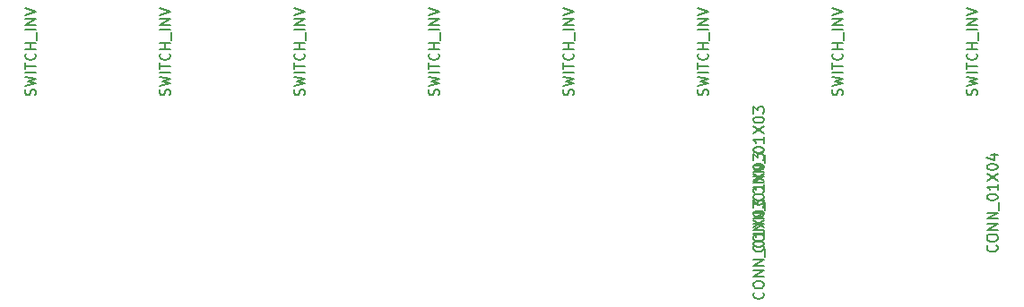
<source format=gbr>
G04 #@! TF.FileFunction,Other,Fab,Top*
%FSLAX46Y46*%
G04 Gerber Fmt 4.6, Leading zero omitted, Abs format (unit mm)*
G04 Created by KiCad (PCBNEW 4.0.2-stable) date Friday, 12 August 2016 'pmt' 16:38:06*
%MOMM*%
G01*
G04 APERTURE LIST*
%ADD10C,0.100000*%
%ADD11C,0.150000*%
G04 APERTURE END LIST*
D10*
D11*
X211252143Y-95463809D02*
X211299762Y-95511428D01*
X211347381Y-95654285D01*
X211347381Y-95749523D01*
X211299762Y-95892381D01*
X211204524Y-95987619D01*
X211109286Y-96035238D01*
X210918810Y-96082857D01*
X210775952Y-96082857D01*
X210585476Y-96035238D01*
X210490238Y-95987619D01*
X210395000Y-95892381D01*
X210347381Y-95749523D01*
X210347381Y-95654285D01*
X210395000Y-95511428D01*
X210442619Y-95463809D01*
X210347381Y-94844762D02*
X210347381Y-94654285D01*
X210395000Y-94559047D01*
X210490238Y-94463809D01*
X210680714Y-94416190D01*
X211014048Y-94416190D01*
X211204524Y-94463809D01*
X211299762Y-94559047D01*
X211347381Y-94654285D01*
X211347381Y-94844762D01*
X211299762Y-94940000D01*
X211204524Y-95035238D01*
X211014048Y-95082857D01*
X210680714Y-95082857D01*
X210490238Y-95035238D01*
X210395000Y-94940000D01*
X210347381Y-94844762D01*
X211347381Y-93987619D02*
X210347381Y-93987619D01*
X211347381Y-93416190D01*
X210347381Y-93416190D01*
X211347381Y-92940000D02*
X210347381Y-92940000D01*
X211347381Y-92368571D01*
X210347381Y-92368571D01*
X211442619Y-92130476D02*
X211442619Y-91368571D01*
X210347381Y-90940000D02*
X210347381Y-90844761D01*
X210395000Y-90749523D01*
X210442619Y-90701904D01*
X210537857Y-90654285D01*
X210728333Y-90606666D01*
X210966429Y-90606666D01*
X211156905Y-90654285D01*
X211252143Y-90701904D01*
X211299762Y-90749523D01*
X211347381Y-90844761D01*
X211347381Y-90940000D01*
X211299762Y-91035238D01*
X211252143Y-91082857D01*
X211156905Y-91130476D01*
X210966429Y-91178095D01*
X210728333Y-91178095D01*
X210537857Y-91130476D01*
X210442619Y-91082857D01*
X210395000Y-91035238D01*
X210347381Y-90940000D01*
X211347381Y-89654285D02*
X211347381Y-90225714D01*
X211347381Y-89940000D02*
X210347381Y-89940000D01*
X210490238Y-90035238D01*
X210585476Y-90130476D01*
X210633095Y-90225714D01*
X210347381Y-89320952D02*
X211347381Y-88654285D01*
X210347381Y-88654285D02*
X211347381Y-89320952D01*
X210347381Y-88082857D02*
X210347381Y-87987618D01*
X210395000Y-87892380D01*
X210442619Y-87844761D01*
X210537857Y-87797142D01*
X210728333Y-87749523D01*
X210966429Y-87749523D01*
X211156905Y-87797142D01*
X211252143Y-87844761D01*
X211299762Y-87892380D01*
X211347381Y-87987618D01*
X211347381Y-88082857D01*
X211299762Y-88178095D01*
X211252143Y-88225714D01*
X211156905Y-88273333D01*
X210966429Y-88320952D01*
X210728333Y-88320952D01*
X210537857Y-88273333D01*
X210442619Y-88225714D01*
X210395000Y-88178095D01*
X210347381Y-88082857D01*
X210347381Y-87416190D02*
X210347381Y-86797142D01*
X210728333Y-87130476D01*
X210728333Y-86987618D01*
X210775952Y-86892380D01*
X210823571Y-86844761D01*
X210918810Y-86797142D01*
X211156905Y-86797142D01*
X211252143Y-86844761D01*
X211299762Y-86892380D01*
X211347381Y-86987618D01*
X211347381Y-87273333D01*
X211299762Y-87368571D01*
X211252143Y-87416190D01*
X211252143Y-99908809D02*
X211299762Y-99956428D01*
X211347381Y-100099285D01*
X211347381Y-100194523D01*
X211299762Y-100337381D01*
X211204524Y-100432619D01*
X211109286Y-100480238D01*
X210918810Y-100527857D01*
X210775952Y-100527857D01*
X210585476Y-100480238D01*
X210490238Y-100432619D01*
X210395000Y-100337381D01*
X210347381Y-100194523D01*
X210347381Y-100099285D01*
X210395000Y-99956428D01*
X210442619Y-99908809D01*
X210347381Y-99289762D02*
X210347381Y-99099285D01*
X210395000Y-99004047D01*
X210490238Y-98908809D01*
X210680714Y-98861190D01*
X211014048Y-98861190D01*
X211204524Y-98908809D01*
X211299762Y-99004047D01*
X211347381Y-99099285D01*
X211347381Y-99289762D01*
X211299762Y-99385000D01*
X211204524Y-99480238D01*
X211014048Y-99527857D01*
X210680714Y-99527857D01*
X210490238Y-99480238D01*
X210395000Y-99385000D01*
X210347381Y-99289762D01*
X211347381Y-98432619D02*
X210347381Y-98432619D01*
X211347381Y-97861190D01*
X210347381Y-97861190D01*
X211347381Y-97385000D02*
X210347381Y-97385000D01*
X211347381Y-96813571D01*
X210347381Y-96813571D01*
X211442619Y-96575476D02*
X211442619Y-95813571D01*
X210347381Y-95385000D02*
X210347381Y-95289761D01*
X210395000Y-95194523D01*
X210442619Y-95146904D01*
X210537857Y-95099285D01*
X210728333Y-95051666D01*
X210966429Y-95051666D01*
X211156905Y-95099285D01*
X211252143Y-95146904D01*
X211299762Y-95194523D01*
X211347381Y-95289761D01*
X211347381Y-95385000D01*
X211299762Y-95480238D01*
X211252143Y-95527857D01*
X211156905Y-95575476D01*
X210966429Y-95623095D01*
X210728333Y-95623095D01*
X210537857Y-95575476D01*
X210442619Y-95527857D01*
X210395000Y-95480238D01*
X210347381Y-95385000D01*
X211347381Y-94099285D02*
X211347381Y-94670714D01*
X211347381Y-94385000D02*
X210347381Y-94385000D01*
X210490238Y-94480238D01*
X210585476Y-94575476D01*
X210633095Y-94670714D01*
X210347381Y-93765952D02*
X211347381Y-93099285D01*
X210347381Y-93099285D02*
X211347381Y-93765952D01*
X210347381Y-92527857D02*
X210347381Y-92432618D01*
X210395000Y-92337380D01*
X210442619Y-92289761D01*
X210537857Y-92242142D01*
X210728333Y-92194523D01*
X210966429Y-92194523D01*
X211156905Y-92242142D01*
X211252143Y-92289761D01*
X211299762Y-92337380D01*
X211347381Y-92432618D01*
X211347381Y-92527857D01*
X211299762Y-92623095D01*
X211252143Y-92670714D01*
X211156905Y-92718333D01*
X210966429Y-92765952D01*
X210728333Y-92765952D01*
X210537857Y-92718333D01*
X210442619Y-92670714D01*
X210395000Y-92623095D01*
X210347381Y-92527857D01*
X210347381Y-91861190D02*
X210347381Y-91242142D01*
X210728333Y-91575476D01*
X210728333Y-91432618D01*
X210775952Y-91337380D01*
X210823571Y-91289761D01*
X210918810Y-91242142D01*
X211156905Y-91242142D01*
X211252143Y-91289761D01*
X211299762Y-91337380D01*
X211347381Y-91432618D01*
X211347381Y-91718333D01*
X211299762Y-91813571D01*
X211252143Y-91861190D01*
X211252143Y-91018809D02*
X211299762Y-91066428D01*
X211347381Y-91209285D01*
X211347381Y-91304523D01*
X211299762Y-91447381D01*
X211204524Y-91542619D01*
X211109286Y-91590238D01*
X210918810Y-91637857D01*
X210775952Y-91637857D01*
X210585476Y-91590238D01*
X210490238Y-91542619D01*
X210395000Y-91447381D01*
X210347381Y-91304523D01*
X210347381Y-91209285D01*
X210395000Y-91066428D01*
X210442619Y-91018809D01*
X210347381Y-90399762D02*
X210347381Y-90209285D01*
X210395000Y-90114047D01*
X210490238Y-90018809D01*
X210680714Y-89971190D01*
X211014048Y-89971190D01*
X211204524Y-90018809D01*
X211299762Y-90114047D01*
X211347381Y-90209285D01*
X211347381Y-90399762D01*
X211299762Y-90495000D01*
X211204524Y-90590238D01*
X211014048Y-90637857D01*
X210680714Y-90637857D01*
X210490238Y-90590238D01*
X210395000Y-90495000D01*
X210347381Y-90399762D01*
X211347381Y-89542619D02*
X210347381Y-89542619D01*
X211347381Y-88971190D01*
X210347381Y-88971190D01*
X211347381Y-88495000D02*
X210347381Y-88495000D01*
X211347381Y-87923571D01*
X210347381Y-87923571D01*
X211442619Y-87685476D02*
X211442619Y-86923571D01*
X210347381Y-86495000D02*
X210347381Y-86399761D01*
X210395000Y-86304523D01*
X210442619Y-86256904D01*
X210537857Y-86209285D01*
X210728333Y-86161666D01*
X210966429Y-86161666D01*
X211156905Y-86209285D01*
X211252143Y-86256904D01*
X211299762Y-86304523D01*
X211347381Y-86399761D01*
X211347381Y-86495000D01*
X211299762Y-86590238D01*
X211252143Y-86637857D01*
X211156905Y-86685476D01*
X210966429Y-86733095D01*
X210728333Y-86733095D01*
X210537857Y-86685476D01*
X210442619Y-86637857D01*
X210395000Y-86590238D01*
X210347381Y-86495000D01*
X211347381Y-85209285D02*
X211347381Y-85780714D01*
X211347381Y-85495000D02*
X210347381Y-85495000D01*
X210490238Y-85590238D01*
X210585476Y-85685476D01*
X210633095Y-85780714D01*
X210347381Y-84875952D02*
X211347381Y-84209285D01*
X210347381Y-84209285D02*
X211347381Y-84875952D01*
X210347381Y-83637857D02*
X210347381Y-83542618D01*
X210395000Y-83447380D01*
X210442619Y-83399761D01*
X210537857Y-83352142D01*
X210728333Y-83304523D01*
X210966429Y-83304523D01*
X211156905Y-83352142D01*
X211252143Y-83399761D01*
X211299762Y-83447380D01*
X211347381Y-83542618D01*
X211347381Y-83637857D01*
X211299762Y-83733095D01*
X211252143Y-83780714D01*
X211156905Y-83828333D01*
X210966429Y-83875952D01*
X210728333Y-83875952D01*
X210537857Y-83828333D01*
X210442619Y-83780714D01*
X210395000Y-83733095D01*
X210347381Y-83637857D01*
X210347381Y-82971190D02*
X210347381Y-82352142D01*
X210728333Y-82685476D01*
X210728333Y-82542618D01*
X210775952Y-82447380D01*
X210823571Y-82399761D01*
X210918810Y-82352142D01*
X211156905Y-82352142D01*
X211252143Y-82399761D01*
X211299762Y-82447380D01*
X211347381Y-82542618D01*
X211347381Y-82828333D01*
X211299762Y-82923571D01*
X211252143Y-82971190D01*
X142554762Y-81262428D02*
X142602381Y-81119571D01*
X142602381Y-80881475D01*
X142554762Y-80786237D01*
X142507143Y-80738618D01*
X142411905Y-80690999D01*
X142316667Y-80690999D01*
X142221429Y-80738618D01*
X142173810Y-80786237D01*
X142126190Y-80881475D01*
X142078571Y-81071952D01*
X142030952Y-81167190D01*
X141983333Y-81214809D01*
X141888095Y-81262428D01*
X141792857Y-81262428D01*
X141697619Y-81214809D01*
X141650000Y-81167190D01*
X141602381Y-81071952D01*
X141602381Y-80833856D01*
X141650000Y-80690999D01*
X141602381Y-80357666D02*
X142602381Y-80119571D01*
X141888095Y-79929094D01*
X142602381Y-79738618D01*
X141602381Y-79500523D01*
X142602381Y-79119571D02*
X141602381Y-79119571D01*
X141602381Y-78786238D02*
X141602381Y-78214809D01*
X142602381Y-78500524D02*
X141602381Y-78500524D01*
X142507143Y-77310047D02*
X142554762Y-77357666D01*
X142602381Y-77500523D01*
X142602381Y-77595761D01*
X142554762Y-77738619D01*
X142459524Y-77833857D01*
X142364286Y-77881476D01*
X142173810Y-77929095D01*
X142030952Y-77929095D01*
X141840476Y-77881476D01*
X141745238Y-77833857D01*
X141650000Y-77738619D01*
X141602381Y-77595761D01*
X141602381Y-77500523D01*
X141650000Y-77357666D01*
X141697619Y-77310047D01*
X142602381Y-76881476D02*
X141602381Y-76881476D01*
X142078571Y-76881476D02*
X142078571Y-76310047D01*
X142602381Y-76310047D02*
X141602381Y-76310047D01*
X142697619Y-76071952D02*
X142697619Y-75310047D01*
X142602381Y-75071952D02*
X141602381Y-75071952D01*
X142602381Y-74595762D02*
X141602381Y-74595762D01*
X142602381Y-74024333D01*
X141602381Y-74024333D01*
X141602381Y-73691000D02*
X142602381Y-73357667D01*
X141602381Y-73024333D01*
X167954762Y-81262428D02*
X168002381Y-81119571D01*
X168002381Y-80881475D01*
X167954762Y-80786237D01*
X167907143Y-80738618D01*
X167811905Y-80690999D01*
X167716667Y-80690999D01*
X167621429Y-80738618D01*
X167573810Y-80786237D01*
X167526190Y-80881475D01*
X167478571Y-81071952D01*
X167430952Y-81167190D01*
X167383333Y-81214809D01*
X167288095Y-81262428D01*
X167192857Y-81262428D01*
X167097619Y-81214809D01*
X167050000Y-81167190D01*
X167002381Y-81071952D01*
X167002381Y-80833856D01*
X167050000Y-80690999D01*
X167002381Y-80357666D02*
X168002381Y-80119571D01*
X167288095Y-79929094D01*
X168002381Y-79738618D01*
X167002381Y-79500523D01*
X168002381Y-79119571D02*
X167002381Y-79119571D01*
X167002381Y-78786238D02*
X167002381Y-78214809D01*
X168002381Y-78500524D02*
X167002381Y-78500524D01*
X167907143Y-77310047D02*
X167954762Y-77357666D01*
X168002381Y-77500523D01*
X168002381Y-77595761D01*
X167954762Y-77738619D01*
X167859524Y-77833857D01*
X167764286Y-77881476D01*
X167573810Y-77929095D01*
X167430952Y-77929095D01*
X167240476Y-77881476D01*
X167145238Y-77833857D01*
X167050000Y-77738619D01*
X167002381Y-77595761D01*
X167002381Y-77500523D01*
X167050000Y-77357666D01*
X167097619Y-77310047D01*
X168002381Y-76881476D02*
X167002381Y-76881476D01*
X167478571Y-76881476D02*
X167478571Y-76310047D01*
X168002381Y-76310047D02*
X167002381Y-76310047D01*
X168097619Y-76071952D02*
X168097619Y-75310047D01*
X168002381Y-75071952D02*
X167002381Y-75071952D01*
X168002381Y-74595762D02*
X167002381Y-74595762D01*
X168002381Y-74024333D01*
X167002381Y-74024333D01*
X167002381Y-73691000D02*
X168002381Y-73357667D01*
X167002381Y-73024333D01*
X180654762Y-81262428D02*
X180702381Y-81119571D01*
X180702381Y-80881475D01*
X180654762Y-80786237D01*
X180607143Y-80738618D01*
X180511905Y-80690999D01*
X180416667Y-80690999D01*
X180321429Y-80738618D01*
X180273810Y-80786237D01*
X180226190Y-80881475D01*
X180178571Y-81071952D01*
X180130952Y-81167190D01*
X180083333Y-81214809D01*
X179988095Y-81262428D01*
X179892857Y-81262428D01*
X179797619Y-81214809D01*
X179750000Y-81167190D01*
X179702381Y-81071952D01*
X179702381Y-80833856D01*
X179750000Y-80690999D01*
X179702381Y-80357666D02*
X180702381Y-80119571D01*
X179988095Y-79929094D01*
X180702381Y-79738618D01*
X179702381Y-79500523D01*
X180702381Y-79119571D02*
X179702381Y-79119571D01*
X179702381Y-78786238D02*
X179702381Y-78214809D01*
X180702381Y-78500524D02*
X179702381Y-78500524D01*
X180607143Y-77310047D02*
X180654762Y-77357666D01*
X180702381Y-77500523D01*
X180702381Y-77595761D01*
X180654762Y-77738619D01*
X180559524Y-77833857D01*
X180464286Y-77881476D01*
X180273810Y-77929095D01*
X180130952Y-77929095D01*
X179940476Y-77881476D01*
X179845238Y-77833857D01*
X179750000Y-77738619D01*
X179702381Y-77595761D01*
X179702381Y-77500523D01*
X179750000Y-77357666D01*
X179797619Y-77310047D01*
X180702381Y-76881476D02*
X179702381Y-76881476D01*
X180178571Y-76881476D02*
X180178571Y-76310047D01*
X180702381Y-76310047D02*
X179702381Y-76310047D01*
X180797619Y-76071952D02*
X180797619Y-75310047D01*
X180702381Y-75071952D02*
X179702381Y-75071952D01*
X180702381Y-74595762D02*
X179702381Y-74595762D01*
X180702381Y-74024333D01*
X179702381Y-74024333D01*
X179702381Y-73691000D02*
X180702381Y-73357667D01*
X179702381Y-73024333D01*
X193354762Y-81262428D02*
X193402381Y-81119571D01*
X193402381Y-80881475D01*
X193354762Y-80786237D01*
X193307143Y-80738618D01*
X193211905Y-80690999D01*
X193116667Y-80690999D01*
X193021429Y-80738618D01*
X192973810Y-80786237D01*
X192926190Y-80881475D01*
X192878571Y-81071952D01*
X192830952Y-81167190D01*
X192783333Y-81214809D01*
X192688095Y-81262428D01*
X192592857Y-81262428D01*
X192497619Y-81214809D01*
X192450000Y-81167190D01*
X192402381Y-81071952D01*
X192402381Y-80833856D01*
X192450000Y-80690999D01*
X192402381Y-80357666D02*
X193402381Y-80119571D01*
X192688095Y-79929094D01*
X193402381Y-79738618D01*
X192402381Y-79500523D01*
X193402381Y-79119571D02*
X192402381Y-79119571D01*
X192402381Y-78786238D02*
X192402381Y-78214809D01*
X193402381Y-78500524D02*
X192402381Y-78500524D01*
X193307143Y-77310047D02*
X193354762Y-77357666D01*
X193402381Y-77500523D01*
X193402381Y-77595761D01*
X193354762Y-77738619D01*
X193259524Y-77833857D01*
X193164286Y-77881476D01*
X192973810Y-77929095D01*
X192830952Y-77929095D01*
X192640476Y-77881476D01*
X192545238Y-77833857D01*
X192450000Y-77738619D01*
X192402381Y-77595761D01*
X192402381Y-77500523D01*
X192450000Y-77357666D01*
X192497619Y-77310047D01*
X193402381Y-76881476D02*
X192402381Y-76881476D01*
X192878571Y-76881476D02*
X192878571Y-76310047D01*
X193402381Y-76310047D02*
X192402381Y-76310047D01*
X193497619Y-76071952D02*
X193497619Y-75310047D01*
X193402381Y-75071952D02*
X192402381Y-75071952D01*
X193402381Y-74595762D02*
X192402381Y-74595762D01*
X193402381Y-74024333D01*
X192402381Y-74024333D01*
X192402381Y-73691000D02*
X193402381Y-73357667D01*
X192402381Y-73024333D01*
X206054762Y-81262428D02*
X206102381Y-81119571D01*
X206102381Y-80881475D01*
X206054762Y-80786237D01*
X206007143Y-80738618D01*
X205911905Y-80690999D01*
X205816667Y-80690999D01*
X205721429Y-80738618D01*
X205673810Y-80786237D01*
X205626190Y-80881475D01*
X205578571Y-81071952D01*
X205530952Y-81167190D01*
X205483333Y-81214809D01*
X205388095Y-81262428D01*
X205292857Y-81262428D01*
X205197619Y-81214809D01*
X205150000Y-81167190D01*
X205102381Y-81071952D01*
X205102381Y-80833856D01*
X205150000Y-80690999D01*
X205102381Y-80357666D02*
X206102381Y-80119571D01*
X205388095Y-79929094D01*
X206102381Y-79738618D01*
X205102381Y-79500523D01*
X206102381Y-79119571D02*
X205102381Y-79119571D01*
X205102381Y-78786238D02*
X205102381Y-78214809D01*
X206102381Y-78500524D02*
X205102381Y-78500524D01*
X206007143Y-77310047D02*
X206054762Y-77357666D01*
X206102381Y-77500523D01*
X206102381Y-77595761D01*
X206054762Y-77738619D01*
X205959524Y-77833857D01*
X205864286Y-77881476D01*
X205673810Y-77929095D01*
X205530952Y-77929095D01*
X205340476Y-77881476D01*
X205245238Y-77833857D01*
X205150000Y-77738619D01*
X205102381Y-77595761D01*
X205102381Y-77500523D01*
X205150000Y-77357666D01*
X205197619Y-77310047D01*
X206102381Y-76881476D02*
X205102381Y-76881476D01*
X205578571Y-76881476D02*
X205578571Y-76310047D01*
X206102381Y-76310047D02*
X205102381Y-76310047D01*
X206197619Y-76071952D02*
X206197619Y-75310047D01*
X206102381Y-75071952D02*
X205102381Y-75071952D01*
X206102381Y-74595762D02*
X205102381Y-74595762D01*
X206102381Y-74024333D01*
X205102381Y-74024333D01*
X205102381Y-73691000D02*
X206102381Y-73357667D01*
X205102381Y-73024333D01*
X218754762Y-81262428D02*
X218802381Y-81119571D01*
X218802381Y-80881475D01*
X218754762Y-80786237D01*
X218707143Y-80738618D01*
X218611905Y-80690999D01*
X218516667Y-80690999D01*
X218421429Y-80738618D01*
X218373810Y-80786237D01*
X218326190Y-80881475D01*
X218278571Y-81071952D01*
X218230952Y-81167190D01*
X218183333Y-81214809D01*
X218088095Y-81262428D01*
X217992857Y-81262428D01*
X217897619Y-81214809D01*
X217850000Y-81167190D01*
X217802381Y-81071952D01*
X217802381Y-80833856D01*
X217850000Y-80690999D01*
X217802381Y-80357666D02*
X218802381Y-80119571D01*
X218088095Y-79929094D01*
X218802381Y-79738618D01*
X217802381Y-79500523D01*
X218802381Y-79119571D02*
X217802381Y-79119571D01*
X217802381Y-78786238D02*
X217802381Y-78214809D01*
X218802381Y-78500524D02*
X217802381Y-78500524D01*
X218707143Y-77310047D02*
X218754762Y-77357666D01*
X218802381Y-77500523D01*
X218802381Y-77595761D01*
X218754762Y-77738619D01*
X218659524Y-77833857D01*
X218564286Y-77881476D01*
X218373810Y-77929095D01*
X218230952Y-77929095D01*
X218040476Y-77881476D01*
X217945238Y-77833857D01*
X217850000Y-77738619D01*
X217802381Y-77595761D01*
X217802381Y-77500523D01*
X217850000Y-77357666D01*
X217897619Y-77310047D01*
X218802381Y-76881476D02*
X217802381Y-76881476D01*
X218278571Y-76881476D02*
X218278571Y-76310047D01*
X218802381Y-76310047D02*
X217802381Y-76310047D01*
X218897619Y-76071952D02*
X218897619Y-75310047D01*
X218802381Y-75071952D02*
X217802381Y-75071952D01*
X218802381Y-74595762D02*
X217802381Y-74595762D01*
X218802381Y-74024333D01*
X217802381Y-74024333D01*
X217802381Y-73691000D02*
X218802381Y-73357667D01*
X217802381Y-73024333D01*
X231454762Y-81262428D02*
X231502381Y-81119571D01*
X231502381Y-80881475D01*
X231454762Y-80786237D01*
X231407143Y-80738618D01*
X231311905Y-80690999D01*
X231216667Y-80690999D01*
X231121429Y-80738618D01*
X231073810Y-80786237D01*
X231026190Y-80881475D01*
X230978571Y-81071952D01*
X230930952Y-81167190D01*
X230883333Y-81214809D01*
X230788095Y-81262428D01*
X230692857Y-81262428D01*
X230597619Y-81214809D01*
X230550000Y-81167190D01*
X230502381Y-81071952D01*
X230502381Y-80833856D01*
X230550000Y-80690999D01*
X230502381Y-80357666D02*
X231502381Y-80119571D01*
X230788095Y-79929094D01*
X231502381Y-79738618D01*
X230502381Y-79500523D01*
X231502381Y-79119571D02*
X230502381Y-79119571D01*
X230502381Y-78786238D02*
X230502381Y-78214809D01*
X231502381Y-78500524D02*
X230502381Y-78500524D01*
X231407143Y-77310047D02*
X231454762Y-77357666D01*
X231502381Y-77500523D01*
X231502381Y-77595761D01*
X231454762Y-77738619D01*
X231359524Y-77833857D01*
X231264286Y-77881476D01*
X231073810Y-77929095D01*
X230930952Y-77929095D01*
X230740476Y-77881476D01*
X230645238Y-77833857D01*
X230550000Y-77738619D01*
X230502381Y-77595761D01*
X230502381Y-77500523D01*
X230550000Y-77357666D01*
X230597619Y-77310047D01*
X231502381Y-76881476D02*
X230502381Y-76881476D01*
X230978571Y-76881476D02*
X230978571Y-76310047D01*
X231502381Y-76310047D02*
X230502381Y-76310047D01*
X231597619Y-76071952D02*
X231597619Y-75310047D01*
X231502381Y-75071952D02*
X230502381Y-75071952D01*
X231502381Y-74595762D02*
X230502381Y-74595762D01*
X231502381Y-74024333D01*
X230502381Y-74024333D01*
X230502381Y-73691000D02*
X231502381Y-73357667D01*
X230502381Y-73024333D01*
X155254762Y-81262428D02*
X155302381Y-81119571D01*
X155302381Y-80881475D01*
X155254762Y-80786237D01*
X155207143Y-80738618D01*
X155111905Y-80690999D01*
X155016667Y-80690999D01*
X154921429Y-80738618D01*
X154873810Y-80786237D01*
X154826190Y-80881475D01*
X154778571Y-81071952D01*
X154730952Y-81167190D01*
X154683333Y-81214809D01*
X154588095Y-81262428D01*
X154492857Y-81262428D01*
X154397619Y-81214809D01*
X154350000Y-81167190D01*
X154302381Y-81071952D01*
X154302381Y-80833856D01*
X154350000Y-80690999D01*
X154302381Y-80357666D02*
X155302381Y-80119571D01*
X154588095Y-79929094D01*
X155302381Y-79738618D01*
X154302381Y-79500523D01*
X155302381Y-79119571D02*
X154302381Y-79119571D01*
X154302381Y-78786238D02*
X154302381Y-78214809D01*
X155302381Y-78500524D02*
X154302381Y-78500524D01*
X155207143Y-77310047D02*
X155254762Y-77357666D01*
X155302381Y-77500523D01*
X155302381Y-77595761D01*
X155254762Y-77738619D01*
X155159524Y-77833857D01*
X155064286Y-77881476D01*
X154873810Y-77929095D01*
X154730952Y-77929095D01*
X154540476Y-77881476D01*
X154445238Y-77833857D01*
X154350000Y-77738619D01*
X154302381Y-77595761D01*
X154302381Y-77500523D01*
X154350000Y-77357666D01*
X154397619Y-77310047D01*
X155302381Y-76881476D02*
X154302381Y-76881476D01*
X154778571Y-76881476D02*
X154778571Y-76310047D01*
X155302381Y-76310047D02*
X154302381Y-76310047D01*
X155397619Y-76071952D02*
X155397619Y-75310047D01*
X155302381Y-75071952D02*
X154302381Y-75071952D01*
X155302381Y-74595762D02*
X154302381Y-74595762D01*
X155302381Y-74024333D01*
X154302381Y-74024333D01*
X154302381Y-73691000D02*
X155302381Y-73357667D01*
X154302381Y-73024333D01*
X233327143Y-95463809D02*
X233374762Y-95511428D01*
X233422381Y-95654285D01*
X233422381Y-95749523D01*
X233374762Y-95892381D01*
X233279524Y-95987619D01*
X233184286Y-96035238D01*
X232993810Y-96082857D01*
X232850952Y-96082857D01*
X232660476Y-96035238D01*
X232565238Y-95987619D01*
X232470000Y-95892381D01*
X232422381Y-95749523D01*
X232422381Y-95654285D01*
X232470000Y-95511428D01*
X232517619Y-95463809D01*
X232422381Y-94844762D02*
X232422381Y-94654285D01*
X232470000Y-94559047D01*
X232565238Y-94463809D01*
X232755714Y-94416190D01*
X233089048Y-94416190D01*
X233279524Y-94463809D01*
X233374762Y-94559047D01*
X233422381Y-94654285D01*
X233422381Y-94844762D01*
X233374762Y-94940000D01*
X233279524Y-95035238D01*
X233089048Y-95082857D01*
X232755714Y-95082857D01*
X232565238Y-95035238D01*
X232470000Y-94940000D01*
X232422381Y-94844762D01*
X233422381Y-93987619D02*
X232422381Y-93987619D01*
X233422381Y-93416190D01*
X232422381Y-93416190D01*
X233422381Y-92940000D02*
X232422381Y-92940000D01*
X233422381Y-92368571D01*
X232422381Y-92368571D01*
X233517619Y-92130476D02*
X233517619Y-91368571D01*
X232422381Y-90940000D02*
X232422381Y-90844761D01*
X232470000Y-90749523D01*
X232517619Y-90701904D01*
X232612857Y-90654285D01*
X232803333Y-90606666D01*
X233041429Y-90606666D01*
X233231905Y-90654285D01*
X233327143Y-90701904D01*
X233374762Y-90749523D01*
X233422381Y-90844761D01*
X233422381Y-90940000D01*
X233374762Y-91035238D01*
X233327143Y-91082857D01*
X233231905Y-91130476D01*
X233041429Y-91178095D01*
X232803333Y-91178095D01*
X232612857Y-91130476D01*
X232517619Y-91082857D01*
X232470000Y-91035238D01*
X232422381Y-90940000D01*
X233422381Y-89654285D02*
X233422381Y-90225714D01*
X233422381Y-89940000D02*
X232422381Y-89940000D01*
X232565238Y-90035238D01*
X232660476Y-90130476D01*
X232708095Y-90225714D01*
X232422381Y-89320952D02*
X233422381Y-88654285D01*
X232422381Y-88654285D02*
X233422381Y-89320952D01*
X232422381Y-88082857D02*
X232422381Y-87987618D01*
X232470000Y-87892380D01*
X232517619Y-87844761D01*
X232612857Y-87797142D01*
X232803333Y-87749523D01*
X233041429Y-87749523D01*
X233231905Y-87797142D01*
X233327143Y-87844761D01*
X233374762Y-87892380D01*
X233422381Y-87987618D01*
X233422381Y-88082857D01*
X233374762Y-88178095D01*
X233327143Y-88225714D01*
X233231905Y-88273333D01*
X233041429Y-88320952D01*
X232803333Y-88320952D01*
X232612857Y-88273333D01*
X232517619Y-88225714D01*
X232470000Y-88178095D01*
X232422381Y-88082857D01*
X232755714Y-86892380D02*
X233422381Y-86892380D01*
X232374762Y-87130476D02*
X233089048Y-87368571D01*
X233089048Y-86749523D01*
M02*

</source>
